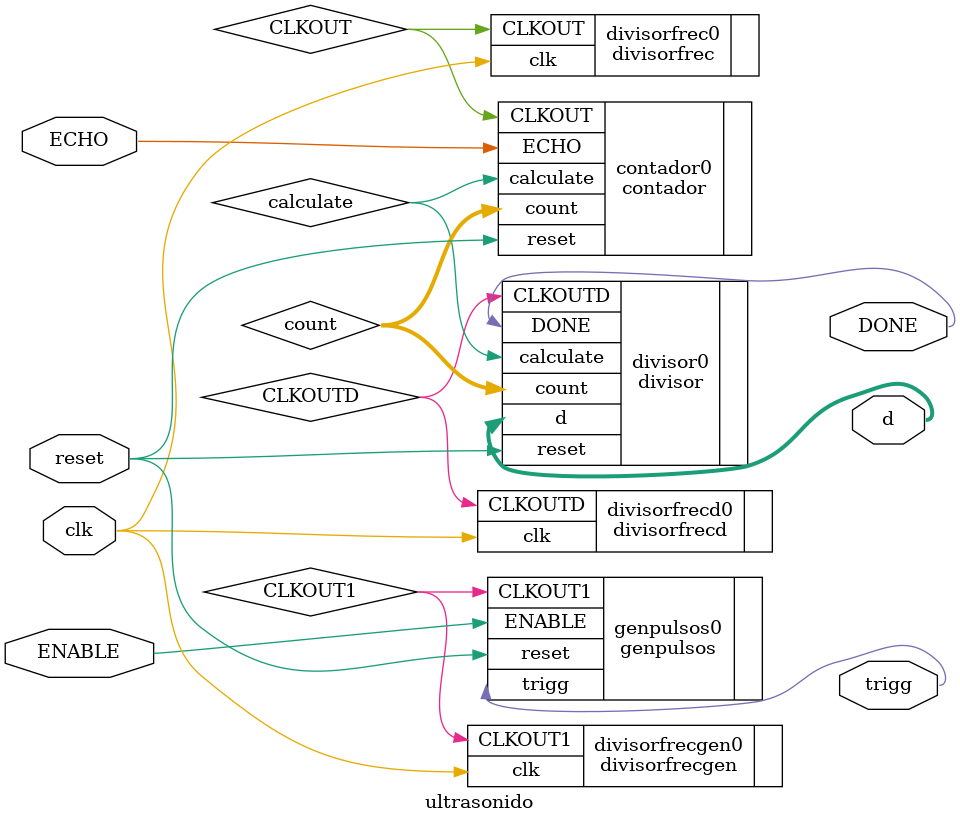
<source format=v>
module	ultrasonido	(
				output [7:0]	d,
				output 		trigg,
				output 		DONE,
				input 		ENABLE,
				input 		ECHO,
				input		clk,
				input		reset

			 );
wire [7:0] count;

divisorfrec	divisorfrec0	(	
					.clk		(	clk		),
					.CLKOUT		(	CLKOUT		)
				);

divisorfrecgen	divisorfrecgen0	(	
					.clk		(	clk		),
					.CLKOUT1	(	CLKOUT1		)
				);

divisorfrecd	divisorfrecd0	(
					.clk		(	clk		),
					.CLKOUTD	(	CLKOUTD		)
				);

genpulsos	genpulsos0	(
					.ENABLE		(	ENABLE		),
					.CLKOUT1	(	CLKOUT1		),
					.reset		(	reset		),
					.trigg		(	trigg		)
				);


contador	contador0	(
					.reset		(	reset		),
					.count		(	count		),
					.calculate	(	calculate	),
					.ECHO		(	ECHO		),
					.CLKOUT		(	CLKOUT		)
				);



divisor		divisor0	(
					.reset		(	reset		),
					.count		(	count	),
					.calculate	(	calculate	),
					.DONE		(	DONE		),
					.d		(	d		),
					.CLKOUTD	(	CLKOUTD		)
				);

endmodule

</source>
